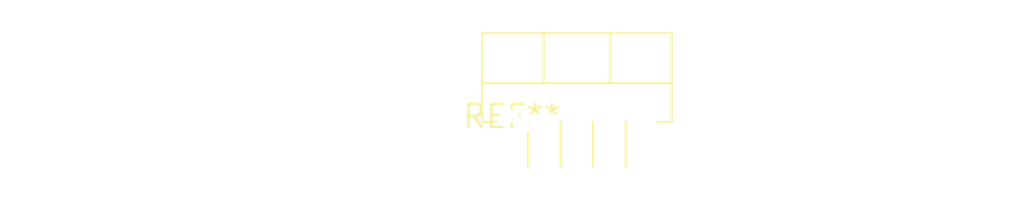
<source format=kicad_pcb>
(kicad_pcb (version 20240108) (generator pcbnew)
  (layers (0 "F.Cu" signal) (31 "B.Cu" signal) (34 "B.Paste" user) (35 "F.Paste" user) (36 "B.SilkS" user "B.Silkscreen") (37 "F.SilkS" user "F.Silkscreen") (38 "B.Mask" user) (39 "F.Mask" user) (44 "Edge.Cuts" user))
  (net 0 "")
  (footprint "TO-220F-9_P1.8x3.7mm_StaggerEven_Lead3.5mm_Vertical" (layer "F.Cu") (at 0 0)
    (property "Reference" "REF**")
    (property "Value" "TO-220F-9_P1.8x3.7mm_StaggerEven_Lead3.5mm_Vertical")
    (fp_line (start -1.65 -4.62) (end -1.65 0.321) (layer "F.SilkS") (stroke (width 0.12)))
    (fp_line (start -1.65 -4.62) (end 8.85 -4.62) (layer "F.SilkS") (stroke (width 0.12)))
    (fp_line (start -1.65 -1.861) (end 8.85 -1.861) (layer "F.SilkS") (stroke (width 0.12)))
    (fp_line (start -1.65 0.321) (end -0.9 0.321) (layer "F.SilkS") (stroke (width 0.12)))
    (fp_line (start 0.9 0.321) (end 0.914 0.321) (layer "F.SilkS") (stroke (width 0.12)))
    (fp_line (start 0.9 0.9) (end 0.9 2.785) (layer "F.SilkS") (stroke (width 0.12)))
    (fp_line (start 1.75 -4.62) (end 1.75 -1.861) (layer "F.SilkS") (stroke (width 0.12)))
    (fp_line (start 2.687 0.321) (end 2.714 0.321) (layer "F.SilkS") (stroke (width 0.12)))
    (fp_line (start 2.7 0.321) (end 2.7 2.785) (layer "F.SilkS") (stroke (width 0.12)))
    (fp_line (start 4.487 0.321) (end 4.514 0.321) (layer "F.SilkS") (stroke (width 0.12)))
    (fp_line (start 4.5 0.321) (end 4.5 2.785) (layer "F.SilkS") (stroke (width 0.12)))
    (fp_line (start 5.45 -4.62) (end 5.45 -1.861) (layer "F.SilkS") (stroke (width 0.12)))
    (fp_line (start 6.287 0.321) (end 6.314 0.321) (layer "F.SilkS") (stroke (width 0.12)))
    (fp_line (start 6.301 0.321) (end 6.301 2.785) (layer "F.SilkS") (stroke (width 0.12)))
    (fp_line (start 8.087 0.321) (end 8.85 0.321) (layer "F.SilkS") (stroke (width 0.12)))
    (fp_line (start 8.85 -4.62) (end 8.85 0.321) (layer "F.SilkS") (stroke (width 0.12)))
    (pad "1" thru_hole rect (at 0 0) (size 1.5 1.5) (drill 0.7) (layers *.Cu *.Mask) (remove_unused_layers))
    (pad "2" thru_hole oval (at 0.9 3.7) (size 1.5 1.5) (drill 0.7) (layers *.Cu *.Mask) (remove_unused_layers))
    (pad "3" thru_hole oval (at 1.8 0) (size 1.5 1.5) (drill 0.7) (layers *.Cu *.Mask) (remove_unused_layers))
    (pad "4" thru_hole oval (at 2.7 3.7) (size 1.5 1.5) (drill 0.7) (layers *.Cu *.Mask) (remove_unused_layers))
    (pad "5" thru_hole oval (at 3.6 0) (size 1.5 1.5) (drill 0.7) (layers *.Cu *.Mask) (remove_unused_layers))
    (pad "6" thru_hole oval (at 4.5 3.7) (size 1.5 1.5) (drill 0.7) (layers *.Cu *.Mask) (remove_unused_layers))
    (pad "7" thru_hole oval (at 5.4 0) (size 1.5 1.5) (drill 0.7) (layers *.Cu *.Mask) (remove_unused_layers))
    (pad "8" thru_hole oval (at 6.3 3.7) (size 1.5 1.5) (drill 0.7) (layers *.Cu *.Mask) (remove_unused_layers))
    (pad "9" thru_hole oval (at 7.2 0) (size 1.5 1.5) (drill 0.7) (layers *.Cu *.Mask) (remove_unused_layers))
  )
)
</source>
